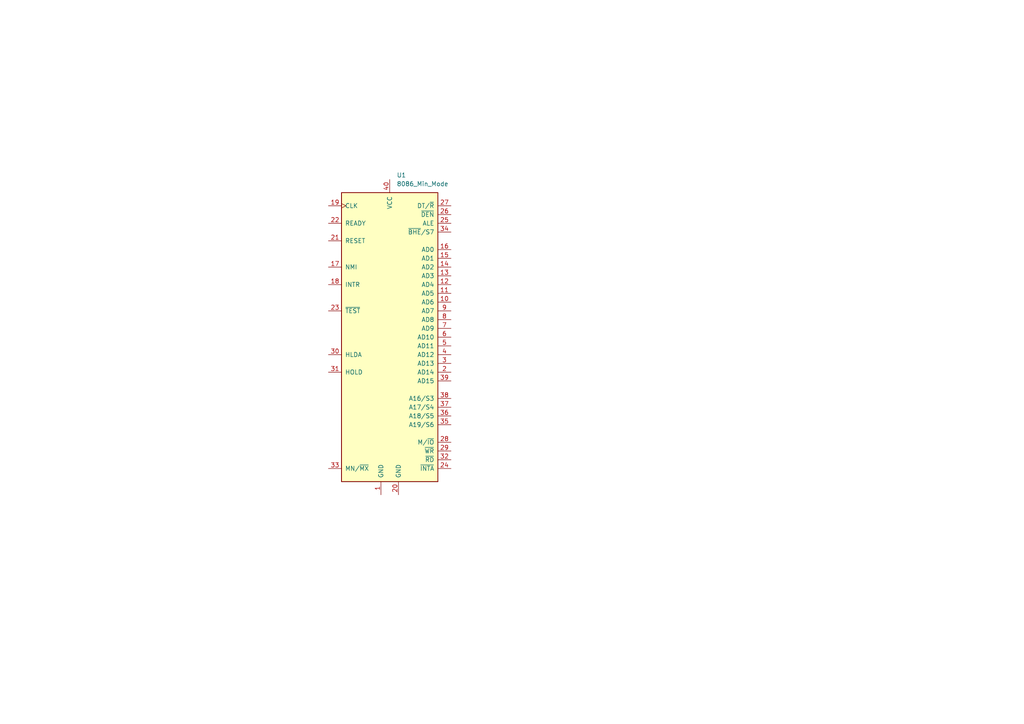
<source format=kicad_sch>
(kicad_sch (version 20211123) (generator eeschema)
  (paper "A4")
  (lib_symbols
    (symbol "MCU_Intel:8086_Min_Mode" (pin_names (offset 1.016))
      (property "Reference" "U" (at -12.7 43.18 0))
      (property "Value" "8086_Min_Mode" (at 10.16 43.18 0))
      (symbol "8086_Min_Mode_0_1"
        (rectangle (start 13.97 -41.91) (end -13.97 41.91) (stroke (width 0.254)) (fill (type background)))
      )
      (symbol "8086_Min_Mode_1_1"
        (pin power_in line (at -2.54 -45.72 90) (length 3.81) (name "GND") (number "1"))
        (pin bidirectional line (at 17.78 10.16 180) (length 3.81) (name "AD6") (number "10"))
        (pin bidirectional line (at 17.78 12.7 180) (length 3.81) (name "AD5") (number "11"))
        (pin bidirectional line (at 17.78 15.24 180) (length 3.81) (name "AD4") (number "12"))
        (pin bidirectional line (at 17.78 17.78 180) (length 3.81) (name "AD3") (number "13"))
        (pin bidirectional line (at 17.78 20.32 180) (length 3.81) (name "AD2") (number "14"))
        (pin bidirectional line (at 17.78 22.86 180) (length 3.81) (name "AD1") (number "15"))
        (pin bidirectional line (at 17.78 25.4 180) (length 3.81) (name "AD0") (number "16"))
        (pin input line (at -17.78 20.32 0) (length 3.81) (name "NMI") (number "17"))
        (pin input line (at -17.78 15.24 0) (length 3.81) (name "INTR") (number "18"))
        (pin input clock (at -17.78 38.1 0) (length 3.81) (name "CLK") (number "19"))
        (pin bidirectional line (at 17.78 -10.16 180) (length 3.81) (name "AD14") (number "2"))
        (pin power_in line (at 2.54 -45.72 90) (length 3.81) (name "GND") (number "20"))
        (pin input line (at -17.78 27.94 0) (length 3.81) (name "RESET") (number "21"))
        (pin input line (at -17.78 33.02 0) (length 3.81) (name "READY") (number "22"))
        (pin input line (at -17.78 7.62 0) (length 3.81) (name "~{TEST}") (number "23"))
        (pin output line (at 17.78 -38.1 180) (length 3.81) (name "~{INTA}") (number "24"))
        (pin output line (at 17.78 33.02 180) (length 3.81) (name "ALE") (number "25"))
        (pin output line (at 17.78 35.56 180) (length 3.81) (name "~{DEN}") (number "26"))
        (pin output line (at 17.78 38.1 180) (length 3.81) (name "DT/~{R}") (number "27"))
        (pin output line (at 17.78 -30.48 180) (length 3.81) (name "M/~{IO}") (number "28"))
        (pin output line (at 17.78 -33.02 180) (length 3.81) (name "~{WR}") (number "29"))
        (pin bidirectional line (at 17.78 -7.62 180) (length 3.81) (name "AD13") (number "3"))
        (pin output line (at -17.78 -5.08 0) (length 3.81) (name "HLDA") (number "30"))
        (pin input line (at -17.78 -10.16 0) (length 3.81) (name "HOLD") (number "31"))
        (pin output line (at 17.78 -35.56 180) (length 3.81) (name "~{RD}") (number "32"))
        (pin input line (at -17.78 -38.1 0) (length 3.81) (name "MN/~{MX}") (number "33"))
        (pin output line (at 17.78 30.48 180) (length 3.81) (name "~{BHE}/S7") (number "34"))
        (pin output line (at 17.78 -25.4 180) (length 3.81) (name "A19/S6") (number "35"))
        (pin output line (at 17.78 -22.86 180) (length 3.81) (name "A18/S5") (number "36"))
        (pin output line (at 17.78 -20.32 180) (length 3.81) (name "A17/S4") (number "37"))
        (pin output line (at 17.78 -17.78 180) (length 3.81) (name "A16/S3") (number "38"))
        (pin bidirectional line (at 17.78 -12.7 180) (length 3.81) (name "AD15") (number "39"))
        (pin bidirectional line (at 17.78 -5.08 180) (length 3.81) (name "AD12") (number "4"))
        (pin power_in line (at 0 45.72 270) (length 3.81) (name "VCC") (number "40"))
        (pin bidirectional line (at 17.78 -2.54 180) (length 3.81) (name "AD11") (number "5"))
        (pin bidirectional line (at 17.78 0 180) (length 3.81) (name "AD10") (number "6"))
        (pin bidirectional line (at 17.78 2.54 180) (length 3.81) (name "AD9") (number "7"))
        (pin bidirectional line (at 17.78 5.08 180) (length 3.81) (name "AD8") (number "8"))
        (pin bidirectional line (at 17.78 7.62 180) (length 3.81) (name "AD7") (number "9"))
      )
    )
  )
  (symbol (lib_id "MCU_Intel:8086_Min_Mode") (at 113.03 97.79 0) (unit 1)
    (property "Reference" "U1" (at 115.0494 50.8 0) (effects (justify left)))
    (property "Value" "8086_Min_Mode" (at 115.0494 53.34 0) (effects (justify left)))
    (property "Footprint" "Package_DIP:DIP-40_W15.24mm" (effects hide))
    (property "Datasheet" "http://datasheets.chipdb.org/Intel/x86/808x/datashts/8086/231455-006.pdf" (effects hide))
  )
)
</source>
